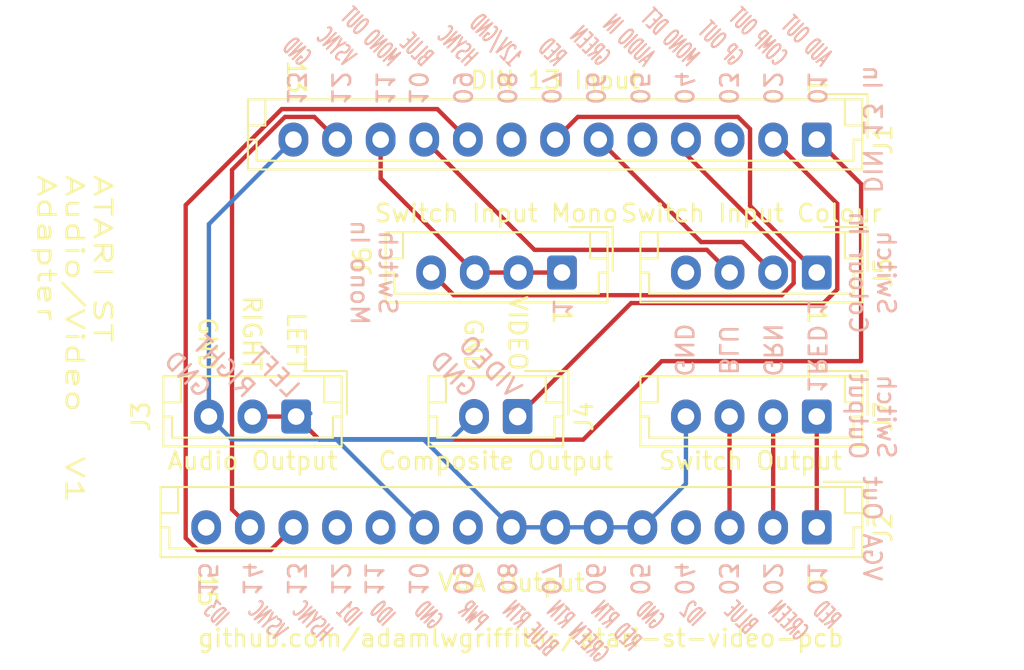
<source format=kicad_pcb>
(kicad_pcb (version 20171130) (host pcbnew 5.1.6)

  (general
    (thickness 1.6)
    (drawings 89)
    (tracks 61)
    (zones 0)
    (modules 11)
    (nets 23)
  )

  (page A4)
  (layers
    (0 F.Cu signal)
    (31 B.Cu signal)
    (32 B.Adhes user)
    (33 F.Adhes user)
    (34 B.Paste user)
    (35 F.Paste user)
    (36 B.SilkS user)
    (37 F.SilkS user hide)
    (38 B.Mask user)
    (39 F.Mask user)
    (40 Dwgs.User user hide)
    (41 Cmts.User user)
    (42 Eco1.User user)
    (43 Eco2.User user)
    (44 Edge.Cuts user)
    (45 Margin user)
    (46 B.CrtYd user)
    (47 F.CrtYd user)
    (48 B.Fab user)
    (49 F.Fab user)
  )

  (setup
    (last_trace_width 0.25)
    (trace_clearance 0.2)
    (zone_clearance 0.508)
    (zone_45_only no)
    (trace_min 0.2)
    (via_size 0.8)
    (via_drill 0.4)
    (via_min_size 0.4)
    (via_min_drill 0.3)
    (uvia_size 0.3)
    (uvia_drill 0.1)
    (uvias_allowed no)
    (uvia_min_size 0.2)
    (uvia_min_drill 0.1)
    (edge_width 0.05)
    (segment_width 0.2)
    (pcb_text_width 0.3)
    (pcb_text_size 1.5 1.5)
    (mod_edge_width 0.12)
    (mod_text_size 1 1)
    (mod_text_width 0.15)
    (pad_size 4 4)
    (pad_drill 4)
    (pad_to_mask_clearance 0.05)
    (aux_axis_origin 0 0)
    (visible_elements FFFFFF7F)
    (pcbplotparams
      (layerselection 0x010fc_ffffffff)
      (usegerberextensions false)
      (usegerberattributes true)
      (usegerberadvancedattributes true)
      (creategerberjobfile true)
      (excludeedgelayer true)
      (linewidth 0.100000)
      (plotframeref false)
      (viasonmask false)
      (mode 1)
      (useauxorigin false)
      (hpglpennumber 1)
      (hpglpenspeed 20)
      (hpglpendiameter 15.000000)
      (psnegative false)
      (psa4output false)
      (plotreference true)
      (plotvalue true)
      (plotinvisibletext false)
      (padsonsilk false)
      (subtractmaskfromsilk false)
      (outputformat 1)
      (mirror false)
      (drillshape 0)
      (scaleselection 1)
      (outputdirectory ""))
  )

  (net 0 "")
  (net 1 "Net-(J1-Pad13)")
  (net 2 "Net-(J1-Pad12)")
  (net 3 "Net-(J1-Pad11)")
  (net 4 "Net-(J1-Pad10)")
  (net 5 "Net-(J1-Pad9)")
  (net 6 "Net-(J1-Pad8)")
  (net 7 "Net-(J1-Pad7)")
  (net 8 "Net-(J1-Pad6)")
  (net 9 "Net-(J1-Pad5)")
  (net 10 "Net-(J1-Pad4)")
  (net 11 "Net-(J1-Pad3)")
  (net 12 "Net-(J1-Pad2)")
  (net 13 "Net-(J1-Pad1)")
  (net 14 "Net-(J2-Pad15)")
  (net 15 "Net-(J2-Pad12)")
  (net 16 "Net-(J2-Pad11)")
  (net 17 "Net-(J2-Pad9)")
  (net 18 "Net-(J2-Pad4)")
  (net 19 "Net-(J2-Pad3)")
  (net 20 "Net-(J2-Pad2)")
  (net 21 "Net-(J2-Pad1)")
  (net 22 "Net-(J5-Pad4)")

  (net_class Default "This is the default net class."
    (clearance 0.2)
    (trace_width 0.25)
    (via_dia 0.8)
    (via_drill 0.4)
    (uvia_dia 0.3)
    (uvia_drill 0.1)
    (add_net "Net-(J1-Pad1)")
    (add_net "Net-(J1-Pad10)")
    (add_net "Net-(J1-Pad11)")
    (add_net "Net-(J1-Pad12)")
    (add_net "Net-(J1-Pad13)")
    (add_net "Net-(J1-Pad2)")
    (add_net "Net-(J1-Pad3)")
    (add_net "Net-(J1-Pad4)")
    (add_net "Net-(J1-Pad5)")
    (add_net "Net-(J1-Pad6)")
    (add_net "Net-(J1-Pad7)")
    (add_net "Net-(J1-Pad8)")
    (add_net "Net-(J1-Pad9)")
    (add_net "Net-(J2-Pad1)")
    (add_net "Net-(J2-Pad11)")
    (add_net "Net-(J2-Pad12)")
    (add_net "Net-(J2-Pad15)")
    (add_net "Net-(J2-Pad2)")
    (add_net "Net-(J2-Pad3)")
    (add_net "Net-(J2-Pad4)")
    (add_net "Net-(J2-Pad9)")
    (add_net "Net-(J5-Pad4)")
  )

  (module Connector_JST:JST_EH_B13B-EH-A_1x13_P2.50mm_Vertical (layer F.Cu) (tedit 5B772AC7) (tstamp 5FE8A5FF)
    (at 163.83 91.44 180)
    (descr "JST EH series connector, B13B-EH-A (http://www.jst-mfg.com/product/pdf/eng/eEH.pdf), generated with kicad-footprint-generator")
    (tags "connector JST EH side entry")
    (path /5FF04D7E)
    (fp_text reference J1 (at -3.81 0 90) (layer F.SilkS)
      (effects (font (size 1 1) (thickness 0.15)))
    )
    (fp_text value "DIN 13 Input" (at 15 3.4) (layer F.SilkS)
      (effects (font (size 1 1) (thickness 0.15)))
    )
    (fp_text user %R (at 15 1.5) (layer F.Fab)
      (effects (font (size 1 1) (thickness 0.15)))
    )
    (fp_line (start -2.5 -1.6) (end -2.5 2.2) (layer F.Fab) (width 0.1))
    (fp_line (start -2.5 2.2) (end 32.5 2.2) (layer F.Fab) (width 0.1))
    (fp_line (start 32.5 2.2) (end 32.5 -1.6) (layer F.Fab) (width 0.1))
    (fp_line (start 32.5 -1.6) (end -2.5 -1.6) (layer F.Fab) (width 0.1))
    (fp_line (start -3 -2.1) (end -3 2.7) (layer F.CrtYd) (width 0.05))
    (fp_line (start -3 2.7) (end 33 2.7) (layer F.CrtYd) (width 0.05))
    (fp_line (start 33 2.7) (end 33 -2.1) (layer F.CrtYd) (width 0.05))
    (fp_line (start 33 -2.1) (end -3 -2.1) (layer F.CrtYd) (width 0.05))
    (fp_line (start -2.61 -1.71) (end -2.61 2.31) (layer F.SilkS) (width 0.12))
    (fp_line (start -2.61 2.31) (end 32.61 2.31) (layer F.SilkS) (width 0.12))
    (fp_line (start 32.61 2.31) (end 32.61 -1.71) (layer F.SilkS) (width 0.12))
    (fp_line (start 32.61 -1.71) (end -2.61 -1.71) (layer F.SilkS) (width 0.12))
    (fp_line (start -2.61 0) (end -2.11 0) (layer F.SilkS) (width 0.12))
    (fp_line (start -2.11 0) (end -2.11 -1.21) (layer F.SilkS) (width 0.12))
    (fp_line (start -2.11 -1.21) (end 32.11 -1.21) (layer F.SilkS) (width 0.12))
    (fp_line (start 32.11 -1.21) (end 32.11 0) (layer F.SilkS) (width 0.12))
    (fp_line (start 32.11 0) (end 32.61 0) (layer F.SilkS) (width 0.12))
    (fp_line (start -2.61 0.81) (end -1.61 0.81) (layer F.SilkS) (width 0.12))
    (fp_line (start -1.61 0.81) (end -1.61 2.31) (layer F.SilkS) (width 0.12))
    (fp_line (start 32.61 0.81) (end 31.61 0.81) (layer F.SilkS) (width 0.12))
    (fp_line (start 31.61 0.81) (end 31.61 2.31) (layer F.SilkS) (width 0.12))
    (fp_line (start -2.91 0.11) (end -2.91 2.61) (layer F.SilkS) (width 0.12))
    (fp_line (start -2.91 2.61) (end -0.41 2.61) (layer F.SilkS) (width 0.12))
    (fp_line (start -2.91 0.11) (end -2.91 2.61) (layer F.Fab) (width 0.1))
    (fp_line (start -2.91 2.61) (end -0.41 2.61) (layer F.Fab) (width 0.1))
    (pad 13 thru_hole oval (at 30 0 180) (size 1.7 1.95) (drill 0.95) (layers *.Cu *.Mask)
      (net 1 "Net-(J1-Pad13)"))
    (pad 12 thru_hole oval (at 27.5 0 180) (size 1.7 1.95) (drill 0.95) (layers *.Cu *.Mask)
      (net 2 "Net-(J1-Pad12)"))
    (pad 11 thru_hole oval (at 25 0 180) (size 1.7 1.95) (drill 0.95) (layers *.Cu *.Mask)
      (net 3 "Net-(J1-Pad11)"))
    (pad 10 thru_hole oval (at 22.5 0 180) (size 1.7 1.95) (drill 0.95) (layers *.Cu *.Mask)
      (net 4 "Net-(J1-Pad10)"))
    (pad 9 thru_hole oval (at 20 0 180) (size 1.7 1.95) (drill 0.95) (layers *.Cu *.Mask)
      (net 5 "Net-(J1-Pad9)"))
    (pad 8 thru_hole oval (at 17.5 0 180) (size 1.7 1.95) (drill 0.95) (layers *.Cu *.Mask)
      (net 6 "Net-(J1-Pad8)"))
    (pad 7 thru_hole oval (at 15 0 180) (size 1.7 1.95) (drill 0.95) (layers *.Cu *.Mask)
      (net 7 "Net-(J1-Pad7)"))
    (pad 6 thru_hole oval (at 12.5 0 180) (size 1.7 1.95) (drill 0.95) (layers *.Cu *.Mask)
      (net 8 "Net-(J1-Pad6)"))
    (pad 5 thru_hole oval (at 10 0 180) (size 1.7 1.95) (drill 0.95) (layers *.Cu *.Mask)
      (net 9 "Net-(J1-Pad5)"))
    (pad 4 thru_hole oval (at 7.5 0 180) (size 1.7 1.95) (drill 0.95) (layers *.Cu *.Mask)
      (net 10 "Net-(J1-Pad4)"))
    (pad 3 thru_hole oval (at 5 0 180) (size 1.7 1.95) (drill 0.95) (layers *.Cu *.Mask)
      (net 11 "Net-(J1-Pad3)"))
    (pad 2 thru_hole oval (at 2.5 0 180) (size 1.7 1.95) (drill 0.95) (layers *.Cu *.Mask)
      (net 12 "Net-(J1-Pad2)"))
    (pad 1 thru_hole roundrect (at 0 0 180) (size 1.7 1.95) (drill 0.95) (layers *.Cu *.Mask) (roundrect_rratio 0.147059)
      (net 13 "Net-(J1-Pad1)"))
    (model ${KISYS3DMOD}/Connector_JST.3dshapes/JST_EH_B13B-EH-A_1x13_P2.50mm_Vertical.wrl
      (at (xyz 0 0 0))
      (scale (xyz 1 1 1))
      (rotate (xyz 0 0 0))
    )
  )

  (module MountingHole:MountingHole_4mm (layer F.Cu) (tedit 5FE8A960) (tstamp 5FE8F5EA)
    (at 171.45 88.265 270)
    (descr "Mounting Hole 4mm, no annular")
    (tags "mounting hole 4mm no annular")
    (attr virtual)
    (fp_text reference REF** (at 0 -5 90) (layer F.SilkS) hide
      (effects (font (size 1 1) (thickness 0.15)))
    )
    (fp_text value MountingHole_4mm (at 0 5 90) (layer F.Fab) hide
      (effects (font (size 1 1) (thickness 0.15)))
    )
    (fp_circle (center 0 0) (end 4 0) (layer Cmts.User) (width 0.15))
    (fp_circle (center 0 0) (end 4.25 0) (layer F.CrtYd) (width 0.05))
    (pad "" np_thru_hole circle (at 0 0 270) (size 4 4) (drill 4) (layers *.Cu Dwgs.User))
  )

  (module MountingHole:MountingHole_4mm (layer F.Cu) (tedit 5FE8A960) (tstamp 5FE8F5EA)
    (at 121.285 88.265 270)
    (descr "Mounting Hole 4mm, no annular")
    (tags "mounting hole 4mm no annular")
    (attr virtual)
    (fp_text reference REF** (at 0 -5 90) (layer F.SilkS) hide
      (effects (font (size 1 1) (thickness 0.15)))
    )
    (fp_text value MountingHole_4mm (at 0 5 90) (layer F.Fab) hide
      (effects (font (size 1 1) (thickness 0.15)))
    )
    (fp_circle (center 0 0) (end 4 0) (layer Cmts.User) (width 0.15))
    (fp_circle (center 0 0) (end 4.25 0) (layer F.CrtYd) (width 0.05))
    (pad "" np_thru_hole circle (at 0 0 270) (size 4 4) (drill 4) (layers *.Cu Dwgs.User))
  )

  (module MountingHole:MountingHole_4mm (layer F.Cu) (tedit 5FE8A960) (tstamp 5FE8F5EA)
    (at 121.285 116.84 270)
    (descr "Mounting Hole 4mm, no annular")
    (tags "mounting hole 4mm no annular")
    (attr virtual)
    (fp_text reference REF** (at 0 -5 90) (layer F.SilkS) hide
      (effects (font (size 1 1) (thickness 0.15)))
    )
    (fp_text value MountingHole_4mm (at 0 5 90) (layer F.Fab) hide
      (effects (font (size 1 1) (thickness 0.15)))
    )
    (fp_circle (center 0 0) (end 4 0) (layer Cmts.User) (width 0.15))
    (fp_circle (center 0 0) (end 4.25 0) (layer F.CrtYd) (width 0.05))
    (pad "" np_thru_hole circle (at 0 0 270) (size 4 4) (drill 4) (layers *.Cu Dwgs.User))
  )

  (module MountingHole:MountingHole_4mm (layer F.Cu) (tedit 5FE8A960) (tstamp 5FE8F38D)
    (at 171.45 116.84 180)
    (descr "Mounting Hole 4mm, no annular")
    (tags "mounting hole 4mm no annular")
    (attr virtual)
    (fp_text reference REF** (at 0 -5) (layer F.SilkS) hide
      (effects (font (size 1 1) (thickness 0.15)))
    )
    (fp_text value MountingHole_4mm (at 0 5) (layer F.Fab) hide
      (effects (font (size 1 1) (thickness 0.15)))
    )
    (fp_circle (center 0 0) (end 4 0) (layer Cmts.User) (width 0.15))
    (fp_circle (center 0 0) (end 4.25 0) (layer F.CrtYd) (width 0.05))
    (pad "" np_thru_hole circle (at 0 0 180) (size 4 4) (drill 4) (layers *.Cu Dwgs.User))
  )

  (module Connector_JST:JST_EH_B4B-EH-A_1x04_P2.50mm_Vertical (layer F.Cu) (tedit 5C28142C) (tstamp 5FE8A6D3)
    (at 163.83 107.315 180)
    (descr "JST EH series connector, B4B-EH-A (http://www.jst-mfg.com/product/pdf/eng/eEH.pdf), generated with kicad-footprint-generator")
    (tags "connector JST EH vertical")
    (path /5FE94402)
    (fp_text reference J7 (at -3.81 0 90) (layer F.SilkS)
      (effects (font (size 1 1) (thickness 0.15)))
    )
    (fp_text value "Switch Output" (at 3.81 -2.54) (layer F.SilkS)
      (effects (font (size 1 1) (thickness 0.15)))
    )
    (fp_text user %R (at 3.75 1.5) (layer F.Fab)
      (effects (font (size 1 1) (thickness 0.15)))
    )
    (fp_line (start -2.5 -1.6) (end -2.5 2.2) (layer F.Fab) (width 0.1))
    (fp_line (start -2.5 2.2) (end 10 2.2) (layer F.Fab) (width 0.1))
    (fp_line (start 10 2.2) (end 10 -1.6) (layer F.Fab) (width 0.1))
    (fp_line (start 10 -1.6) (end -2.5 -1.6) (layer F.Fab) (width 0.1))
    (fp_line (start -3 -2.1) (end -3 2.7) (layer F.CrtYd) (width 0.05))
    (fp_line (start -3 2.7) (end 10.5 2.7) (layer F.CrtYd) (width 0.05))
    (fp_line (start 10.5 2.7) (end 10.5 -2.1) (layer F.CrtYd) (width 0.05))
    (fp_line (start 10.5 -2.1) (end -3 -2.1) (layer F.CrtYd) (width 0.05))
    (fp_line (start -2.61 -1.71) (end -2.61 2.31) (layer F.SilkS) (width 0.12))
    (fp_line (start -2.61 2.31) (end 10.11 2.31) (layer F.SilkS) (width 0.12))
    (fp_line (start 10.11 2.31) (end 10.11 -1.71) (layer F.SilkS) (width 0.12))
    (fp_line (start 10.11 -1.71) (end -2.61 -1.71) (layer F.SilkS) (width 0.12))
    (fp_line (start -2.61 0) (end -2.11 0) (layer F.SilkS) (width 0.12))
    (fp_line (start -2.11 0) (end -2.11 -1.21) (layer F.SilkS) (width 0.12))
    (fp_line (start -2.11 -1.21) (end 9.61 -1.21) (layer F.SilkS) (width 0.12))
    (fp_line (start 9.61 -1.21) (end 9.61 0) (layer F.SilkS) (width 0.12))
    (fp_line (start 9.61 0) (end 10.11 0) (layer F.SilkS) (width 0.12))
    (fp_line (start -2.61 0.81) (end -1.61 0.81) (layer F.SilkS) (width 0.12))
    (fp_line (start -1.61 0.81) (end -1.61 2.31) (layer F.SilkS) (width 0.12))
    (fp_line (start 10.11 0.81) (end 9.11 0.81) (layer F.SilkS) (width 0.12))
    (fp_line (start 9.11 0.81) (end 9.11 2.31) (layer F.SilkS) (width 0.12))
    (fp_line (start -2.91 0.11) (end -2.91 2.61) (layer F.SilkS) (width 0.12))
    (fp_line (start -2.91 2.61) (end -0.41 2.61) (layer F.SilkS) (width 0.12))
    (fp_line (start -2.91 0.11) (end -2.91 2.61) (layer F.Fab) (width 0.1))
    (fp_line (start -2.91 2.61) (end -0.41 2.61) (layer F.Fab) (width 0.1))
    (pad 4 thru_hole oval (at 7.5 0 180) (size 1.7 1.95) (drill 0.95) (layers *.Cu *.Mask)
      (net 1 "Net-(J1-Pad13)"))
    (pad 3 thru_hole oval (at 5 0 180) (size 1.7 1.95) (drill 0.95) (layers *.Cu *.Mask)
      (net 19 "Net-(J2-Pad3)"))
    (pad 2 thru_hole oval (at 2.5 0 180) (size 1.7 1.95) (drill 0.95) (layers *.Cu *.Mask)
      (net 20 "Net-(J2-Pad2)"))
    (pad 1 thru_hole roundrect (at 0 0 180) (size 1.7 1.95) (drill 0.95) (layers *.Cu *.Mask) (roundrect_rratio 0.147059)
      (net 21 "Net-(J2-Pad1)"))
    (model ${KISYS3DMOD}/Connector_JST.3dshapes/JST_EH_B4B-EH-A_1x04_P2.50mm_Vertical.wrl
      (at (xyz 0 0 0))
      (scale (xyz 1 1 1))
      (rotate (xyz 0 0 0))
    )
  )

  (module Connector_JST:JST_EH_B3B-EH-A_1x03_P2.50mm_Vertical (layer F.Cu) (tedit 5C28142C) (tstamp 5FE8B241)
    (at 133.985 107.315 180)
    (descr "JST EH series connector, B3B-EH-A (http://www.jst-mfg.com/product/pdf/eng/eEH.pdf), generated with kicad-footprint-generator")
    (tags "connector JST EH vertical")
    (path /5FF1C269)
    (fp_text reference J3 (at 8.89 0 90) (layer F.SilkS)
      (effects (font (size 1 1) (thickness 0.15)))
    )
    (fp_text value "Audio Output" (at 2.5 -2.54) (layer F.SilkS)
      (effects (font (size 1 1) (thickness 0.15)))
    )
    (fp_text user %R (at 2.5 1.5) (layer F.Fab)
      (effects (font (size 1 1) (thickness 0.15)))
    )
    (fp_line (start -2.5 -1.6) (end -2.5 2.2) (layer F.Fab) (width 0.1))
    (fp_line (start -2.5 2.2) (end 7.5 2.2) (layer F.Fab) (width 0.1))
    (fp_line (start 7.5 2.2) (end 7.5 -1.6) (layer F.Fab) (width 0.1))
    (fp_line (start 7.5 -1.6) (end -2.5 -1.6) (layer F.Fab) (width 0.1))
    (fp_line (start -3 -2.1) (end -3 2.7) (layer F.CrtYd) (width 0.05))
    (fp_line (start -3 2.7) (end 8 2.7) (layer F.CrtYd) (width 0.05))
    (fp_line (start 8 2.7) (end 8 -2.1) (layer F.CrtYd) (width 0.05))
    (fp_line (start 8 -2.1) (end -3 -2.1) (layer F.CrtYd) (width 0.05))
    (fp_line (start -2.61 -1.71) (end -2.61 2.31) (layer F.SilkS) (width 0.12))
    (fp_line (start -2.61 2.31) (end 7.61 2.31) (layer F.SilkS) (width 0.12))
    (fp_line (start 7.61 2.31) (end 7.61 -1.71) (layer F.SilkS) (width 0.12))
    (fp_line (start 7.61 -1.71) (end -2.61 -1.71) (layer F.SilkS) (width 0.12))
    (fp_line (start -2.61 0) (end -2.11 0) (layer F.SilkS) (width 0.12))
    (fp_line (start -2.11 0) (end -2.11 -1.21) (layer F.SilkS) (width 0.12))
    (fp_line (start -2.11 -1.21) (end 7.11 -1.21) (layer F.SilkS) (width 0.12))
    (fp_line (start 7.11 -1.21) (end 7.11 0) (layer F.SilkS) (width 0.12))
    (fp_line (start 7.11 0) (end 7.61 0) (layer F.SilkS) (width 0.12))
    (fp_line (start -2.61 0.81) (end -1.61 0.81) (layer F.SilkS) (width 0.12))
    (fp_line (start -1.61 0.81) (end -1.61 2.31) (layer F.SilkS) (width 0.12))
    (fp_line (start 7.61 0.81) (end 6.61 0.81) (layer F.SilkS) (width 0.12))
    (fp_line (start 6.61 0.81) (end 6.61 2.31) (layer F.SilkS) (width 0.12))
    (fp_line (start -2.91 0.11) (end -2.91 2.61) (layer F.SilkS) (width 0.12))
    (fp_line (start -2.91 2.61) (end -0.41 2.61) (layer F.SilkS) (width 0.12))
    (fp_line (start -2.91 0.11) (end -2.91 2.61) (layer F.Fab) (width 0.1))
    (fp_line (start -2.91 2.61) (end -0.41 2.61) (layer F.Fab) (width 0.1))
    (pad 3 thru_hole oval (at 5 0 180) (size 1.7 1.95) (drill 0.95) (layers *.Cu *.Mask)
      (net 1 "Net-(J1-Pad13)"))
    (pad 2 thru_hole oval (at 2.5 0 180) (size 1.7 1.95) (drill 0.95) (layers *.Cu *.Mask)
      (net 13 "Net-(J1-Pad1)"))
    (pad 1 thru_hole roundrect (at 0 0 180) (size 1.7 1.95) (drill 0.95) (layers *.Cu *.Mask) (roundrect_rratio 0.147059)
      (net 13 "Net-(J1-Pad1)"))
    (model ${KISYS3DMOD}/Connector_JST.3dshapes/JST_EH_B3B-EH-A_1x03_P2.50mm_Vertical.wrl
      (at (xyz 0 0 0))
      (scale (xyz 1 1 1))
      (rotate (xyz 0 0 0))
    )
  )

  (module Connector_JST:JST_EH_B4B-EH-A_1x04_P2.50mm_Vertical (layer F.Cu) (tedit 5C28142C) (tstamp 5FE8A6B1)
    (at 149.225 99.06 180)
    (descr "JST EH series connector, B4B-EH-A (http://www.jst-mfg.com/product/pdf/eng/eEH.pdf), generated with kicad-footprint-generator")
    (tags "connector JST EH vertical")
    (path /5FE93DFE)
    (fp_text reference J6 (at 11.43 0.635 90) (layer F.SilkS)
      (effects (font (size 1 1) (thickness 0.15)))
    )
    (fp_text value "Switch Input Mono" (at 3.75 3.4) (layer F.SilkS)
      (effects (font (size 1 1) (thickness 0.15)))
    )
    (fp_text user %R (at 3.75 1.5) (layer F.Fab)
      (effects (font (size 1 1) (thickness 0.15)))
    )
    (fp_line (start -2.5 -1.6) (end -2.5 2.2) (layer F.Fab) (width 0.1))
    (fp_line (start -2.5 2.2) (end 10 2.2) (layer F.Fab) (width 0.1))
    (fp_line (start 10 2.2) (end 10 -1.6) (layer F.Fab) (width 0.1))
    (fp_line (start 10 -1.6) (end -2.5 -1.6) (layer F.Fab) (width 0.1))
    (fp_line (start -3 -2.1) (end -3 2.7) (layer F.CrtYd) (width 0.05))
    (fp_line (start -3 2.7) (end 10.5 2.7) (layer F.CrtYd) (width 0.05))
    (fp_line (start 10.5 2.7) (end 10.5 -2.1) (layer F.CrtYd) (width 0.05))
    (fp_line (start 10.5 -2.1) (end -3 -2.1) (layer F.CrtYd) (width 0.05))
    (fp_line (start -2.61 -1.71) (end -2.61 2.31) (layer F.SilkS) (width 0.12))
    (fp_line (start -2.61 2.31) (end 10.11 2.31) (layer F.SilkS) (width 0.12))
    (fp_line (start 10.11 2.31) (end 10.11 -1.71) (layer F.SilkS) (width 0.12))
    (fp_line (start 10.11 -1.71) (end -2.61 -1.71) (layer F.SilkS) (width 0.12))
    (fp_line (start -2.61 0) (end -2.11 0) (layer F.SilkS) (width 0.12))
    (fp_line (start -2.11 0) (end -2.11 -1.21) (layer F.SilkS) (width 0.12))
    (fp_line (start -2.11 -1.21) (end 9.61 -1.21) (layer F.SilkS) (width 0.12))
    (fp_line (start 9.61 -1.21) (end 9.61 0) (layer F.SilkS) (width 0.12))
    (fp_line (start 9.61 0) (end 10.11 0) (layer F.SilkS) (width 0.12))
    (fp_line (start -2.61 0.81) (end -1.61 0.81) (layer F.SilkS) (width 0.12))
    (fp_line (start -1.61 0.81) (end -1.61 2.31) (layer F.SilkS) (width 0.12))
    (fp_line (start 10.11 0.81) (end 9.11 0.81) (layer F.SilkS) (width 0.12))
    (fp_line (start 9.11 0.81) (end 9.11 2.31) (layer F.SilkS) (width 0.12))
    (fp_line (start -2.91 0.11) (end -2.91 2.61) (layer F.SilkS) (width 0.12))
    (fp_line (start -2.91 2.61) (end -0.41 2.61) (layer F.SilkS) (width 0.12))
    (fp_line (start -2.91 0.11) (end -2.91 2.61) (layer F.Fab) (width 0.1))
    (fp_line (start -2.91 2.61) (end -0.41 2.61) (layer F.Fab) (width 0.1))
    (pad 4 thru_hole oval (at 7.5 0 180) (size 1.7 1.95) (drill 0.95) (layers *.Cu *.Mask)
      (net 10 "Net-(J1-Pad4)"))
    (pad 3 thru_hole oval (at 5 0 180) (size 1.7 1.95) (drill 0.95) (layers *.Cu *.Mask)
      (net 3 "Net-(J1-Pad11)"))
    (pad 2 thru_hole oval (at 2.5 0 180) (size 1.7 1.95) (drill 0.95) (layers *.Cu *.Mask)
      (net 3 "Net-(J1-Pad11)"))
    (pad 1 thru_hole roundrect (at 0 0 180) (size 1.7 1.95) (drill 0.95) (layers *.Cu *.Mask) (roundrect_rratio 0.147059)
      (net 3 "Net-(J1-Pad11)"))
    (model ${KISYS3DMOD}/Connector_JST.3dshapes/JST_EH_B4B-EH-A_1x04_P2.50mm_Vertical.wrl
      (at (xyz 0 0 0))
      (scale (xyz 1 1 1))
      (rotate (xyz 0 0 0))
    )
  )

  (module Connector_JST:JST_EH_B4B-EH-A_1x04_P2.50mm_Vertical (layer F.Cu) (tedit 5C28142C) (tstamp 5FE8A68F)
    (at 163.83 99.06 180)
    (descr "JST EH series connector, B4B-EH-A (http://www.jst-mfg.com/product/pdf/eng/eEH.pdf), generated with kicad-footprint-generator")
    (tags "connector JST EH vertical")
    (path /5FE8FBC3)
    (fp_text reference J5 (at -3.81 0 90) (layer F.SilkS)
      (effects (font (size 1 1) (thickness 0.15)))
    )
    (fp_text value "Switch Input Colour" (at 3.75 3.4) (layer F.SilkS)
      (effects (font (size 1 1) (thickness 0.15)))
    )
    (fp_text user %R (at 3.75 1.5) (layer F.Fab)
      (effects (font (size 1 1) (thickness 0.15)))
    )
    (fp_line (start -2.5 -1.6) (end -2.5 2.2) (layer F.Fab) (width 0.1))
    (fp_line (start -2.5 2.2) (end 10 2.2) (layer F.Fab) (width 0.1))
    (fp_line (start 10 2.2) (end 10 -1.6) (layer F.Fab) (width 0.1))
    (fp_line (start 10 -1.6) (end -2.5 -1.6) (layer F.Fab) (width 0.1))
    (fp_line (start -3 -2.1) (end -3 2.7) (layer F.CrtYd) (width 0.05))
    (fp_line (start -3 2.7) (end 10.5 2.7) (layer F.CrtYd) (width 0.05))
    (fp_line (start 10.5 2.7) (end 10.5 -2.1) (layer F.CrtYd) (width 0.05))
    (fp_line (start 10.5 -2.1) (end -3 -2.1) (layer F.CrtYd) (width 0.05))
    (fp_line (start -2.61 -1.71) (end -2.61 2.31) (layer F.SilkS) (width 0.12))
    (fp_line (start -2.61 2.31) (end 10.11 2.31) (layer F.SilkS) (width 0.12))
    (fp_line (start 10.11 2.31) (end 10.11 -1.71) (layer F.SilkS) (width 0.12))
    (fp_line (start 10.11 -1.71) (end -2.61 -1.71) (layer F.SilkS) (width 0.12))
    (fp_line (start -2.61 0) (end -2.11 0) (layer F.SilkS) (width 0.12))
    (fp_line (start -2.11 0) (end -2.11 -1.21) (layer F.SilkS) (width 0.12))
    (fp_line (start -2.11 -1.21) (end 9.61 -1.21) (layer F.SilkS) (width 0.12))
    (fp_line (start 9.61 -1.21) (end 9.61 0) (layer F.SilkS) (width 0.12))
    (fp_line (start 9.61 0) (end 10.11 0) (layer F.SilkS) (width 0.12))
    (fp_line (start -2.61 0.81) (end -1.61 0.81) (layer F.SilkS) (width 0.12))
    (fp_line (start -1.61 0.81) (end -1.61 2.31) (layer F.SilkS) (width 0.12))
    (fp_line (start 10.11 0.81) (end 9.11 0.81) (layer F.SilkS) (width 0.12))
    (fp_line (start 9.11 0.81) (end 9.11 2.31) (layer F.SilkS) (width 0.12))
    (fp_line (start -2.91 0.11) (end -2.91 2.61) (layer F.SilkS) (width 0.12))
    (fp_line (start -2.91 2.61) (end -0.41 2.61) (layer F.SilkS) (width 0.12))
    (fp_line (start -2.91 0.11) (end -2.91 2.61) (layer F.Fab) (width 0.1))
    (fp_line (start -2.91 2.61) (end -0.41 2.61) (layer F.Fab) (width 0.1))
    (pad 4 thru_hole oval (at 7.5 0 180) (size 1.7 1.95) (drill 0.95) (layers *.Cu *.Mask)
      (net 22 "Net-(J5-Pad4)"))
    (pad 3 thru_hole oval (at 5 0 180) (size 1.7 1.95) (drill 0.95) (layers *.Cu *.Mask)
      (net 4 "Net-(J1-Pad10)"))
    (pad 2 thru_hole oval (at 2.5 0 180) (size 1.7 1.95) (drill 0.95) (layers *.Cu *.Mask)
      (net 8 "Net-(J1-Pad6)"))
    (pad 1 thru_hole roundrect (at 0 0 180) (size 1.7 1.95) (drill 0.95) (layers *.Cu *.Mask) (roundrect_rratio 0.147059)
      (net 7 "Net-(J1-Pad7)"))
    (model ${KISYS3DMOD}/Connector_JST.3dshapes/JST_EH_B4B-EH-A_1x04_P2.50mm_Vertical.wrl
      (at (xyz 0 0 0))
      (scale (xyz 1 1 1))
      (rotate (xyz 0 0 0))
    )
  )

  (module Connector_JST:JST_EH_B2B-EH-A_1x02_P2.50mm_Vertical (layer F.Cu) (tedit 5C28142C) (tstamp 5FE8A66D)
    (at 146.685 107.315 180)
    (descr "JST EH series connector, B2B-EH-A (http://www.jst-mfg.com/product/pdf/eng/eEH.pdf), generated with kicad-footprint-generator")
    (tags "connector JST EH vertical")
    (path /5FB9A4C7)
    (fp_text reference J4 (at -3.81 0 90) (layer F.SilkS)
      (effects (font (size 1 1) (thickness 0.15)))
    )
    (fp_text value "Composite Output" (at 1.25 -2.54) (layer F.SilkS)
      (effects (font (size 1 1) (thickness 0.15)))
    )
    (fp_text user %R (at 1.25 1.5) (layer F.Fab)
      (effects (font (size 1 1) (thickness 0.15)))
    )
    (fp_line (start -2.5 -1.6) (end -2.5 2.2) (layer F.Fab) (width 0.1))
    (fp_line (start -2.5 2.2) (end 5 2.2) (layer F.Fab) (width 0.1))
    (fp_line (start 5 2.2) (end 5 -1.6) (layer F.Fab) (width 0.1))
    (fp_line (start 5 -1.6) (end -2.5 -1.6) (layer F.Fab) (width 0.1))
    (fp_line (start -3 -2.1) (end -3 2.7) (layer F.CrtYd) (width 0.05))
    (fp_line (start -3 2.7) (end 5.5 2.7) (layer F.CrtYd) (width 0.05))
    (fp_line (start 5.5 2.7) (end 5.5 -2.1) (layer F.CrtYd) (width 0.05))
    (fp_line (start 5.5 -2.1) (end -3 -2.1) (layer F.CrtYd) (width 0.05))
    (fp_line (start -2.61 -1.71) (end -2.61 2.31) (layer F.SilkS) (width 0.12))
    (fp_line (start -2.61 2.31) (end 5.11 2.31) (layer F.SilkS) (width 0.12))
    (fp_line (start 5.11 2.31) (end 5.11 -1.71) (layer F.SilkS) (width 0.12))
    (fp_line (start 5.11 -1.71) (end -2.61 -1.71) (layer F.SilkS) (width 0.12))
    (fp_line (start -2.61 0) (end -2.11 0) (layer F.SilkS) (width 0.12))
    (fp_line (start -2.11 0) (end -2.11 -1.21) (layer F.SilkS) (width 0.12))
    (fp_line (start -2.11 -1.21) (end 4.61 -1.21) (layer F.SilkS) (width 0.12))
    (fp_line (start 4.61 -1.21) (end 4.61 0) (layer F.SilkS) (width 0.12))
    (fp_line (start 4.61 0) (end 5.11 0) (layer F.SilkS) (width 0.12))
    (fp_line (start -2.61 0.81) (end -1.61 0.81) (layer F.SilkS) (width 0.12))
    (fp_line (start -1.61 0.81) (end -1.61 2.31) (layer F.SilkS) (width 0.12))
    (fp_line (start 5.11 0.81) (end 4.11 0.81) (layer F.SilkS) (width 0.12))
    (fp_line (start 4.11 0.81) (end 4.11 2.31) (layer F.SilkS) (width 0.12))
    (fp_line (start -2.91 0.11) (end -2.91 2.61) (layer F.SilkS) (width 0.12))
    (fp_line (start -2.91 2.61) (end -0.41 2.61) (layer F.SilkS) (width 0.12))
    (fp_line (start -2.91 0.11) (end -2.91 2.61) (layer F.Fab) (width 0.1))
    (fp_line (start -2.91 2.61) (end -0.41 2.61) (layer F.Fab) (width 0.1))
    (pad 2 thru_hole oval (at 2.5 0 180) (size 1.7 2) (drill 1) (layers *.Cu *.Mask)
      (net 1 "Net-(J1-Pad13)"))
    (pad 1 thru_hole roundrect (at 0 0 180) (size 1.7 2) (drill 1) (layers *.Cu *.Mask) (roundrect_rratio 0.147059)
      (net 12 "Net-(J1-Pad2)"))
    (model ${KISYS3DMOD}/Connector_JST.3dshapes/JST_EH_B2B-EH-A_1x02_P2.50mm_Vertical.wrl
      (at (xyz 0 0 0))
      (scale (xyz 1 1 1))
      (rotate (xyz 0 0 0))
    )
  )

  (module Connector_JST:JST_EH_B15B-EH-A_1x15_P2.50mm_Vertical (layer F.Cu) (tedit 5B772AC7) (tstamp 5FE8A62C)
    (at 163.83 113.665 180)
    (descr "JST EH series connector, B15B-EH-A (http://www.jst-mfg.com/product/pdf/eng/eEH.pdf), generated with kicad-footprint-generator")
    (tags "connector JST EH side entry")
    (path /5FB89213)
    (fp_text reference J2 (at -3.81 0 90) (layer F.SilkS)
      (effects (font (size 1 1) (thickness 0.15)))
    )
    (fp_text value "VGA Output" (at 17.5 -3.175) (layer F.SilkS)
      (effects (font (size 1 1) (thickness 0.15)))
    )
    (fp_text user %R (at 17.5 1.5) (layer F.Fab)
      (effects (font (size 1 1) (thickness 0.15)))
    )
    (fp_line (start -2.5 -1.6) (end -2.5 2.2) (layer F.Fab) (width 0.1))
    (fp_line (start -2.5 2.2) (end 37.5 2.2) (layer F.Fab) (width 0.1))
    (fp_line (start 37.5 2.2) (end 37.5 -1.6) (layer F.Fab) (width 0.1))
    (fp_line (start 37.5 -1.6) (end -2.5 -1.6) (layer F.Fab) (width 0.1))
    (fp_line (start -3 -2.1) (end -3 2.7) (layer F.CrtYd) (width 0.05))
    (fp_line (start -3 2.7) (end 38 2.7) (layer F.CrtYd) (width 0.05))
    (fp_line (start 38 2.7) (end 38 -2.1) (layer F.CrtYd) (width 0.05))
    (fp_line (start 38 -2.1) (end -3 -2.1) (layer F.CrtYd) (width 0.05))
    (fp_line (start -2.61 -1.71) (end -2.61 2.31) (layer F.SilkS) (width 0.12))
    (fp_line (start -2.61 2.31) (end 37.61 2.31) (layer F.SilkS) (width 0.12))
    (fp_line (start 37.61 2.31) (end 37.61 -1.71) (layer F.SilkS) (width 0.12))
    (fp_line (start 37.61 -1.71) (end -2.61 -1.71) (layer F.SilkS) (width 0.12))
    (fp_line (start -2.61 0) (end -2.11 0) (layer F.SilkS) (width 0.12))
    (fp_line (start -2.11 0) (end -2.11 -1.21) (layer F.SilkS) (width 0.12))
    (fp_line (start -2.11 -1.21) (end 37.11 -1.21) (layer F.SilkS) (width 0.12))
    (fp_line (start 37.11 -1.21) (end 37.11 0) (layer F.SilkS) (width 0.12))
    (fp_line (start 37.11 0) (end 37.61 0) (layer F.SilkS) (width 0.12))
    (fp_line (start -2.61 0.81) (end -1.61 0.81) (layer F.SilkS) (width 0.12))
    (fp_line (start -1.61 0.81) (end -1.61 2.31) (layer F.SilkS) (width 0.12))
    (fp_line (start 37.61 0.81) (end 36.61 0.81) (layer F.SilkS) (width 0.12))
    (fp_line (start 36.61 0.81) (end 36.61 2.31) (layer F.SilkS) (width 0.12))
    (fp_line (start -2.91 0.11) (end -2.91 2.61) (layer F.SilkS) (width 0.12))
    (fp_line (start -2.91 2.61) (end -0.41 2.61) (layer F.SilkS) (width 0.12))
    (fp_line (start -2.91 0.11) (end -2.91 2.61) (layer F.Fab) (width 0.1))
    (fp_line (start -2.91 2.61) (end -0.41 2.61) (layer F.Fab) (width 0.1))
    (pad 15 thru_hole oval (at 35 0 180) (size 1.7 1.95) (drill 0.95) (layers *.Cu *.Mask)
      (net 14 "Net-(J2-Pad15)"))
    (pad 14 thru_hole oval (at 32.5 0 180) (size 1.7 1.95) (drill 0.95) (layers *.Cu *.Mask)
      (net 2 "Net-(J1-Pad12)"))
    (pad 13 thru_hole oval (at 30 0 180) (size 1.7 1.95) (drill 0.95) (layers *.Cu *.Mask)
      (net 5 "Net-(J1-Pad9)"))
    (pad 12 thru_hole oval (at 27.5 0 180) (size 1.7 1.95) (drill 0.95) (layers *.Cu *.Mask)
      (net 15 "Net-(J2-Pad12)"))
    (pad 11 thru_hole oval (at 25 0 180) (size 1.7 1.95) (drill 0.95) (layers *.Cu *.Mask)
      (net 16 "Net-(J2-Pad11)"))
    (pad 10 thru_hole oval (at 22.5 0 180) (size 1.7 1.95) (drill 0.95) (layers *.Cu *.Mask)
      (net 1 "Net-(J1-Pad13)"))
    (pad 9 thru_hole oval (at 20 0 180) (size 1.7 1.95) (drill 0.95) (layers *.Cu *.Mask)
      (net 17 "Net-(J2-Pad9)"))
    (pad 8 thru_hole oval (at 17.5 0 180) (size 1.7 1.95) (drill 0.95) (layers *.Cu *.Mask)
      (net 1 "Net-(J1-Pad13)"))
    (pad 7 thru_hole oval (at 15 0 180) (size 1.7 1.95) (drill 0.95) (layers *.Cu *.Mask)
      (net 1 "Net-(J1-Pad13)"))
    (pad 6 thru_hole oval (at 12.5 0 180) (size 1.7 1.95) (drill 0.95) (layers *.Cu *.Mask)
      (net 1 "Net-(J1-Pad13)"))
    (pad 5 thru_hole oval (at 10 0 180) (size 1.7 1.95) (drill 0.95) (layers *.Cu *.Mask)
      (net 1 "Net-(J1-Pad13)"))
    (pad 4 thru_hole oval (at 7.5 0 180) (size 1.7 1.95) (drill 0.95) (layers *.Cu *.Mask)
      (net 18 "Net-(J2-Pad4)"))
    (pad 3 thru_hole oval (at 5 0 180) (size 1.7 1.95) (drill 0.95) (layers *.Cu *.Mask)
      (net 19 "Net-(J2-Pad3)"))
    (pad 2 thru_hole oval (at 2.5 0 180) (size 1.7 1.95) (drill 0.95) (layers *.Cu *.Mask)
      (net 20 "Net-(J2-Pad2)"))
    (pad 1 thru_hole roundrect (at 0 0 180) (size 1.7 1.95) (drill 0.95) (layers *.Cu *.Mask) (roundrect_rratio 0.147059)
      (net 21 "Net-(J2-Pad1)"))
    (model ${KISYS3DMOD}/Connector_JST.3dshapes/JST_EH_B15B-EH-A_1x15_P2.50mm_Vertical.wrl
      (at (xyz 0 0 0))
      (scale (xyz 1 1 1))
      (rotate (xyz 0 0 0))
    )
  )

  (gr_text GND (at 156.21 103.505 270) (layer B.SilkS) (tstamp 5FE993C7)
    (effects (font (size 1 1) (thickness 0.15)) (justify mirror))
  )
  (gr_text BLU (at 158.75 103.505 270) (layer B.SilkS) (tstamp 5FE993C7)
    (effects (font (size 1 1) (thickness 0.15)) (justify mirror))
  )
  (gr_text GRN (at 161.29 103.505 270) (layer B.SilkS) (tstamp 5FE993BC)
    (effects (font (size 1 1) (thickness 0.15)) (justify mirror))
  )
  (gr_text RED (at 163.83 103.505 270) (layer B.SilkS) (tstamp 5FE99325)
    (effects (font (size 1 1) (thickness 0.15)) (justify mirror))
  )
  (gr_text 1 (at 149.225 101.6 -90) (layer B.SilkS) (tstamp 5FE99325)
    (effects (font (size 1 1) (thickness 0.15)) (justify left mirror))
  )
  (gr_text 1 (at 163.83 106.045 -90) (layer B.SilkS) (tstamp 5FE99325)
    (effects (font (size 1 1) (thickness 0.15)) (justify left mirror))
  )
  (gr_text 1 (at 163.83 101.6 -90) (layer B.SilkS) (tstamp 5FE99322)
    (effects (font (size 1 1) (thickness 0.15)) (justify left mirror))
  )
  (gr_text 1 (at 149.225 100.965 -90) (layer F.SilkS) (tstamp 5FE9931C)
    (effects (font (size 1 1) (thickness 0.15)) (justify left))
  )
  (gr_text 1 (at 163.83 100.965 -90) (layer F.SilkS) (tstamp 5FE9931C)
    (effects (font (size 1 1) (thickness 0.15)) (justify left))
  )
  (gr_text 1 (at 163.83 104.14 -90) (layer F.SilkS) (tstamp 5FE9931C)
    (effects (font (size 1 1) (thickness 0.15)) (justify left))
  )
  (gr_text ID3 (at 128.905 118.11 -45) (layer B.SilkS) (tstamp 5FE990E7)
    (effects (font (size 1 0.5) (thickness 0.125)) (justify right mirror))
  )
  (gr_text VSYNC (at 131.445 118.11 -45) (layer B.SilkS) (tstamp 5FE990E7)
    (effects (font (size 1 0.5) (thickness 0.125)) (justify right mirror))
  )
  (gr_text HSYNC (at 133.985 118.11 -45) (layer B.SilkS) (tstamp 5FE990E7)
    (effects (font (size 1 0.5) (thickness 0.125)) (justify right mirror))
  )
  (gr_text ID1 (at 136.525 118.11 -45) (layer B.SilkS) (tstamp 5FE990E7)
    (effects (font (size 1 0.5) (thickness 0.125)) (justify right mirror))
  )
  (gr_text ID0 (at 138.43 118.11 -45) (layer B.SilkS) (tstamp 5FE990E7)
    (effects (font (size 1 0.5) (thickness 0.125)) (justify right mirror))
  )
  (gr_text GND (at 140.97 118.11 -45) (layer B.SilkS) (tstamp 5FE990E7)
    (effects (font (size 1 0.5) (thickness 0.125)) (justify right mirror))
  )
  (gr_text PWR (at 143.51 118.11 -45) (layer B.SilkS) (tstamp 5FE990E7)
    (effects (font (size 1 0.5) (thickness 0.125)) (justify right mirror))
  )
  (gr_text "BLUE RTN" (at 146.05 118.11 -45) (layer B.SilkS) (tstamp 5FE990E7)
    (effects (font (size 1 0.5) (thickness 0.125)) (justify right mirror))
  )
  (gr_text "GREEN RTN" (at 148.59 118.11 -45) (layer B.SilkS) (tstamp 5FE990E7)
    (effects (font (size 1 0.5) (thickness 0.125)) (justify right mirror))
  )
  (gr_text "RED RTN" (at 151.13 118.11 -45) (layer B.SilkS) (tstamp 5FE990E7)
    (effects (font (size 1 0.5) (thickness 0.125)) (justify right mirror))
  )
  (gr_text GND (at 153.67 118.11 -45) (layer B.SilkS) (tstamp 5FE990E7)
    (effects (font (size 1 0.5) (thickness 0.125)) (justify right mirror))
  )
  (gr_text ID2 (at 156.21 118.11 -45) (layer B.SilkS) (tstamp 5FE990E7)
    (effects (font (size 1 0.5) (thickness 0.125)) (justify right mirror))
  )
  (gr_text BLUE (at 158.75 118.11 -45) (layer B.SilkS) (tstamp 5FE990E7)
    (effects (font (size 1 0.5) (thickness 0.125)) (justify right mirror))
  )
  (gr_text GREEN (at 161.29 118.11 -45) (layer B.SilkS) (tstamp 5FE990E7)
    (effects (font (size 1 0.5) (thickness 0.125)) (justify right mirror))
  )
  (gr_text RED (at 163.83 118.11 -45) (layer B.SilkS) (tstamp 5FE990DA)
    (effects (font (size 1 0.5) (thickness 0.125)) (justify right mirror))
  )
  (gr_text GND (at 134.62 86.995 -45) (layer B.SilkS) (tstamp 5FE98AAD)
    (effects (font (size 1 0.5) (thickness 0.125)) (justify left mirror))
  )
  (gr_text VSYNC (at 137.16 86.995 -45) (layer B.SilkS) (tstamp 5FE98AAD)
    (effects (font (size 1 0.5) (thickness 0.125)) (justify left mirror))
  )
  (gr_text "MONO OUT" (at 139.7 86.995 -45) (layer B.SilkS) (tstamp 5FE98AAD)
    (effects (font (size 1 0.5) (thickness 0.125)) (justify left mirror))
  )
  (gr_text BLUE (at 141.605 86.995 -45) (layer B.SilkS) (tstamp 5FE98AAD)
    (effects (font (size 1 0.5) (thickness 0.125)) (justify left mirror))
  )
  (gr_text HSYNC (at 144.145 86.995 -45) (layer B.SilkS) (tstamp 5FE98AAD)
    (effects (font (size 1 0.5) (thickness 0.125)) (justify left mirror))
  )
  (gr_text 12V/GND (at 146.685 86.995 -45) (layer B.SilkS) (tstamp 5FE98AAD)
    (effects (font (size 1 0.5) (thickness 0.125)) (justify left mirror))
  )
  (gr_text RED (at 149.225 86.995 -45) (layer B.SilkS) (tstamp 5FE98AAD)
    (effects (font (size 1 0.5) (thickness 0.125)) (justify left mirror))
  )
  (gr_text GREEN (at 151.765 86.995 -45) (layer B.SilkS) (tstamp 5FE98AAD)
    (effects (font (size 1 0.5) (thickness 0.125)) (justify left mirror))
  )
  (gr_text "AUDIO IN" (at 154.305 86.995 -45) (layer B.SilkS) (tstamp 5FE98AAD)
    (effects (font (size 1 0.5) (thickness 0.125)) (justify left mirror))
  )
  (gr_text "MONO DET" (at 156.845 86.995 -45) (layer B.SilkS) (tstamp 5FE98AAD)
    (effects (font (size 1 0.5) (thickness 0.125)) (justify left mirror))
  )
  (gr_text "GP OUT" (at 159.385 86.995 -45) (layer B.SilkS) (tstamp 5FE98AAD)
    (effects (font (size 1 0.5) (thickness 0.125)) (justify left mirror))
  )
  (gr_text "COMP OUT" (at 161.925 86.995 -45) (layer B.SilkS) (tstamp 5FE98A9D)
    (effects (font (size 1 0.5) (thickness 0.125)) (justify left mirror))
  )
  (gr_text "AUD OUT" (at 164.465 86.995 -45) (layer B.SilkS) (tstamp 5FE98540)
    (effects (font (size 1 0.5) (thickness 0.125)) (justify left mirror))
  )
  (gr_text 12 (at 136.525 89.535 -90) (layer B.SilkS) (tstamp 5FE98540)
    (effects (font (size 1 1) (thickness 0.15)) (justify left mirror))
  )
  (gr_text 11 (at 139.065 89.535 -90) (layer B.SilkS) (tstamp 5FE98540)
    (effects (font (size 1 1) (thickness 0.15)) (justify left mirror))
  )
  (gr_text 10 (at 140.97 89.535 -90) (layer B.SilkS) (tstamp 5FE98540)
    (effects (font (size 1 1) (thickness 0.15)) (justify left mirror))
  )
  (gr_text 09 (at 143.51 89.535 -90) (layer B.SilkS) (tstamp 5FE98540)
    (effects (font (size 1 1) (thickness 0.15)) (justify left mirror))
  )
  (gr_text 08 (at 146.05 89.535 -90) (layer B.SilkS) (tstamp 5FE98540)
    (effects (font (size 1 1) (thickness 0.15)) (justify left mirror))
  )
  (gr_text 07 (at 148.59 89.535 -90) (layer B.SilkS) (tstamp 5FE98540)
    (effects (font (size 1 1) (thickness 0.15)) (justify left mirror))
  )
  (gr_text 06 (at 151.13 89.535 -90) (layer B.SilkS) (tstamp 5FE98540)
    (effects (font (size 1 1) (thickness 0.15)) (justify left mirror))
  )
  (gr_text 05 (at 153.67 89.535 -90) (layer B.SilkS) (tstamp 5FE98540)
    (effects (font (size 1 1) (thickness 0.15)) (justify left mirror))
  )
  (gr_text 04 (at 156.21 89.535 -90) (layer B.SilkS) (tstamp 5FE98540)
    (effects (font (size 1 1) (thickness 0.15)) (justify left mirror))
  )
  (gr_text 03 (at 158.75 89.535 -90) (layer B.SilkS) (tstamp 5FE98540)
    (effects (font (size 1 1) (thickness 0.15)) (justify left mirror))
  )
  (gr_text 02 (at 161.29 89.535 -90) (layer B.SilkS) (tstamp 5FE98540)
    (effects (font (size 1 1) (thickness 0.15)) (justify left mirror))
  )
  (gr_text "DIN 13 In" (at 167.005 94.615 -90) (layer B.SilkS) (tstamp 5FE98540)
    (effects (font (size 1 1) (thickness 0.15)) (justify left mirror))
  )
  (gr_text "VGA Out" (at 167.005 116.84 -90) (layer B.SilkS) (tstamp 5FE98540)
    (effects (font (size 1 1) (thickness 0.15)) (justify left mirror))
  )
  (gr_text "Switch\nColour In" (at 167.005 99.06 -90) (layer B.SilkS) (tstamp 5FE98540)
    (effects (font (size 1 1) (thickness 0.15)) (justify mirror))
  )
  (gr_text "Switch\nMono In" (at 138.43 99.06 -90) (layer B.SilkS) (tstamp 5FE98540)
    (effects (font (size 1 1) (thickness 0.15)) (justify mirror))
  )
  (gr_text "Switch\nOutput" (at 167.005 107.315 -90) (layer B.SilkS) (tstamp 5FE98540)
    (effects (font (size 1 1) (thickness 0.15)) (justify mirror))
  )
  (gr_text 13 (at 133.985 89.535 -90) (layer B.SilkS) (tstamp 5FE98540)
    (effects (font (size 1 1) (thickness 0.15)) (justify left mirror))
  )
  (gr_text 01 (at 163.83 89.535 -90) (layer B.SilkS) (tstamp 5FE98396)
    (effects (font (size 1 1) (thickness 0.15)) (justify left mirror))
  )
  (gr_text GND (at 128.905 106.045 -45) (layer B.SilkS) (tstamp 5FE98396)
    (effects (font (size 1 1) (thickness 0.15)) (justify left mirror))
  )
  (gr_text RIGHT (at 131.445 106.045 -45) (layer B.SilkS) (tstamp 5FE98396)
    (effects (font (size 1 1) (thickness 0.15)) (justify left mirror))
  )
  (gr_text LEFT (at 133.985 106.045 -45) (layer B.SilkS) (tstamp 5FE98396)
    (effects (font (size 1 1) (thickness 0.15)) (justify left mirror))
  )
  (gr_text VIDEO (at 146.685 106.045 -45) (layer B.SilkS) (tstamp 5FE98396)
    (effects (font (size 1 1) (thickness 0.15)) (justify left mirror))
  )
  (gr_text GND (at 144.145 106.045 -45) (layer B.SilkS) (tstamp 5FE981BD)
    (effects (font (size 1 1) (thickness 0.15)) (justify left mirror))
  )
  (gr_text 15 (at 128.905 115.57 -90) (layer B.SilkS) (tstamp 5FE981BD)
    (effects (font (size 1 1) (thickness 0.15)) (justify right mirror))
  )
  (gr_text 14 (at 131.445 115.57 -90) (layer B.SilkS) (tstamp 5FE981BD)
    (effects (font (size 1 1) (thickness 0.15)) (justify right mirror))
  )
  (gr_text 13 (at 133.985 115.57 -90) (layer B.SilkS) (tstamp 5FE981BD)
    (effects (font (size 1 1) (thickness 0.15)) (justify right mirror))
  )
  (gr_text 12 (at 136.525 115.57 -90) (layer B.SilkS) (tstamp 5FE981BD)
    (effects (font (size 1 1) (thickness 0.15)) (justify right mirror))
  )
  (gr_text 11 (at 138.43 115.57 -90) (layer B.SilkS) (tstamp 5FE981BD)
    (effects (font (size 1 1) (thickness 0.15)) (justify right mirror))
  )
  (gr_text 10 (at 140.97 115.57 -90) (layer B.SilkS) (tstamp 5FE981BD)
    (effects (font (size 1 1) (thickness 0.15)) (justify right mirror))
  )
  (gr_text 09 (at 143.51 115.57 -90) (layer B.SilkS) (tstamp 5FE981BD)
    (effects (font (size 1 1) (thickness 0.15)) (justify right mirror))
  )
  (gr_text 08 (at 146.05 115.57 -90) (layer B.SilkS) (tstamp 5FE981BD)
    (effects (font (size 1 1) (thickness 0.15)) (justify right mirror))
  )
  (gr_text 07 (at 148.59 115.57 -90) (layer B.SilkS) (tstamp 5FE981BD)
    (effects (font (size 1 1) (thickness 0.15)) (justify right mirror))
  )
  (gr_text 06 (at 151.13 115.57 -90) (layer B.SilkS) (tstamp 5FE981BD)
    (effects (font (size 1 1) (thickness 0.15)) (justify right mirror))
  )
  (gr_text 05 (at 153.67 115.57 -90) (layer B.SilkS) (tstamp 5FE981BD)
    (effects (font (size 1 1) (thickness 0.15)) (justify right mirror))
  )
  (gr_text 04 (at 156.21 115.57 -90) (layer B.SilkS) (tstamp 5FE981BD)
    (effects (font (size 1 1) (thickness 0.15)) (justify right mirror))
  )
  (gr_text 03 (at 158.75 115.57 -90) (layer B.SilkS) (tstamp 5FE981BD)
    (effects (font (size 1 1) (thickness 0.15)) (justify right mirror))
  )
  (gr_text 02 (at 161.29 115.57 -90) (layer B.SilkS) (tstamp 5FE981BD)
    (effects (font (size 1 1) (thickness 0.15)) (justify right mirror))
  )
  (gr_text 01 (at 163.83 115.57 -90) (layer B.SilkS) (tstamp 5FE981BD)
    (effects (font (size 1 1) (thickness 0.15)) (justify right mirror))
  )
  (gr_text 13 (at 133.985 88.9 -90) (layer F.SilkS) (tstamp 5FE90412)
    (effects (font (size 1 1) (thickness 0.15)) (justify right))
  )
  (gr_text 1 (at 163.83 88.9 -90) (layer F.SilkS) (tstamp 5FE90412)
    (effects (font (size 1 1) (thickness 0.15)) (justify right))
  )
  (gr_text GND (at 128.905 104.775 -90) (layer F.SilkS) (tstamp 5FE90412)
    (effects (font (size 1 1) (thickness 0.15)) (justify right))
  )
  (gr_text RIGHT (at 131.445 104.775 -90) (layer F.SilkS) (tstamp 5FE90412)
    (effects (font (size 1 1) (thickness 0.15)) (justify right))
  )
  (gr_text LEFT (at 133.985 104.775 -90) (layer F.SilkS) (tstamp 5FE90412)
    (effects (font (size 1 1) (thickness 0.15)) (justify right))
  )
  (gr_text GND (at 144.145 101.6 -90) (layer F.SilkS) (tstamp 5FE9034C)
    (effects (font (size 1 1) (thickness 0.15)) (justify left))
  )
  (gr_text VIDEO (at 146.685 104.775 -90) (layer F.SilkS) (tstamp 5FE9034C)
    (effects (font (size 1 1) (thickness 0.15)) (justify right))
  )
  (gr_text 15 (at 128.905 116.205 -90) (layer F.SilkS)
    (effects (font (size 1 1) (thickness 0.15)) (justify left))
  )
  (gr_text 1 (at 163.83 116.205 -90) (layer F.SilkS)
    (effects (font (size 1 1) (thickness 0.15)) (justify left))
  )
  (gr_poly (pts (xy 116.84 121.285) (xy 116.84 83.82) (xy 175.895 83.82) (xy 175.895 121.285)) (layer Dwgs.User) (width 0.1))
  (gr_text V1 (at 121.285 112.395 -90) (layer F.SilkS)
    (effects (font (size 1 1.5) (thickness 0.15)) (justify right))
  )
  (gr_text github.com/adamlwgriffiths/atari-st-video-pcb (at 128.27 120.015) (layer F.SilkS)
    (effects (font (size 1 1) (thickness 0.15)) (justify left))
  )
  (gr_text "ATARI ST\nAudio/Video\nAdapter" (at 121.285 93.345 -90) (layer F.SilkS)
    (effects (font (size 1 1.5) (thickness 0.15)) (justify left))
  )

  (segment (start 134.64501 106.98001) (end 134.8 107.135) (width 0.25) (layer B.Cu) (net 13))
  (segment (start 146.33 113.665) (end 153.83 113.665) (width 0.25) (layer B.Cu) (net 1))
  (segment (start 156.33 111.165) (end 153.83 113.665) (width 0.25) (layer B.Cu) (net 1))
  (segment (start 156.33 107.315) (end 156.33 111.165) (width 0.25) (layer B.Cu) (net 1))
  (segment (start 136.28001 108.61501) (end 141.33 113.665) (width 0.25) (layer B.Cu) (net 1))
  (segment (start 130.28501 108.61501) (end 136.28001 108.61501) (width 0.25) (layer B.Cu) (net 1))
  (segment (start 141.28001 108.61501) (end 146.33 113.665) (width 0.25) (layer B.Cu) (net 1))
  (segment (start 130.28501 108.61501) (end 141.28001 108.61501) (width 0.25) (layer B.Cu) (net 1))
  (segment (start 142.88499 108.61501) (end 144.185 107.315) (width 0.25) (layer B.Cu) (net 1))
  (segment (start 130.28501 108.61501) (end 142.88499 108.61501) (width 0.25) (layer B.Cu) (net 1))
  (segment (start 128.985 107.315) (end 130.28501 108.61501) (width 0.25) (layer B.Cu) (net 1))
  (segment (start 128.985 96.285) (end 133.83 91.44) (width 0.25) (layer B.Cu) (net 1))
  (segment (start 128.985 107.315) (end 128.985 96.285) (width 0.25) (layer B.Cu) (net 1))
  (segment (start 130.30999 93.173295) (end 130.30999 112.64499) (width 0.25) (layer F.Cu) (net 2))
  (segment (start 130.30999 112.64499) (end 131.33 113.665) (width 0.25) (layer F.Cu) (net 2))
  (segment (start 133.343295 90.13999) (end 130.30999 93.173295) (width 0.25) (layer F.Cu) (net 2))
  (segment (start 135.02999 90.13999) (end 133.343295 90.13999) (width 0.25) (layer F.Cu) (net 2))
  (segment (start 136.33 91.44) (end 135.02999 90.13999) (width 0.25) (layer F.Cu) (net 2))
  (segment (start 138.83 93.665) (end 144.225 99.06) (width 0.25) (layer F.Cu) (net 3))
  (segment (start 138.83 91.44) (end 138.83 93.665) (width 0.25) (layer F.Cu) (net 3))
  (segment (start 144.225 99.06) (end 149.225 99.06) (width 0.25) (layer F.Cu) (net 3))
  (segment (start 157.52999 97.75999) (end 158.83 99.06) (width 0.25) (layer F.Cu) (net 4))
  (segment (start 147.64999 97.75999) (end 157.52999 97.75999) (width 0.25) (layer F.Cu) (net 4))
  (segment (start 141.33 91.44) (end 147.64999 97.75999) (width 0.25) (layer F.Cu) (net 4))
  (segment (start 133.52499 113.35999) (end 133.83 113.665) (width 0.25) (layer F.Cu) (net 5))
  (segment (start 132.52999 114.96501) (end 133.83 113.665) (width 0.25) (layer F.Cu) (net 5))
  (segment (start 128.343295 114.96501) (end 132.52999 114.96501) (width 0.25) (layer F.Cu) (net 5))
  (segment (start 127.65499 114.276705) (end 128.343295 114.96501) (width 0.25) (layer F.Cu) (net 5))
  (segment (start 127.65499 95.191885) (end 127.65499 114.276705) (width 0.25) (layer F.Cu) (net 5))
  (segment (start 133.156894 89.689981) (end 127.65499 95.191885) (width 0.25) (layer F.Cu) (net 5))
  (segment (start 142.079981 89.689981) (end 133.156894 89.689981) (width 0.25) (layer F.Cu) (net 5))
  (segment (start 143.83 91.44) (end 142.079981 89.689981) (width 0.25) (layer F.Cu) (net 5))
  (segment (start 150.13001 90.13999) (end 148.83 91.44) (width 0.25) (layer F.Cu) (net 7))
  (segment (start 159.316705 90.13999) (end 150.13001 90.13999) (width 0.25) (layer F.Cu) (net 7))
  (segment (start 160.00501 90.828295) (end 159.316705 90.13999) (width 0.25) (layer F.Cu) (net 7))
  (segment (start 160.00501 95.23501) (end 160.00501 90.828295) (width 0.25) (layer F.Cu) (net 7))
  (segment (start 163.83 99.06) (end 160.00501 95.23501) (width 0.25) (layer F.Cu) (net 7))
  (segment (start 159.57998 97.30998) (end 157.19998 97.30998) (width 0.25) (layer F.Cu) (net 8))
  (segment (start 157.19998 97.30998) (end 151.33 91.44) (width 0.25) (layer F.Cu) (net 8))
  (segment (start 161.33 99.06) (end 159.57998 97.30998) (width 0.25) (layer F.Cu) (net 8))
  (segment (start 143.02501 100.36001) (end 141.725 99.06) (width 0.25) (layer F.Cu) (net 10))
  (segment (start 162.50501 99.671705) (end 161.816705 100.36001) (width 0.25) (layer F.Cu) (net 10))
  (segment (start 162.50501 98.448295) (end 162.50501 99.671705) (width 0.25) (layer F.Cu) (net 10))
  (segment (start 161.816705 100.36001) (end 143.02501 100.36001) (width 0.25) (layer F.Cu) (net 10))
  (segment (start 156.33 92.273285) (end 162.50501 98.448295) (width 0.25) (layer F.Cu) (net 10))
  (segment (start 156.33 91.44) (end 156.33 92.273285) (width 0.25) (layer F.Cu) (net 10))
  (segment (start 165.00501 100.02318) (end 164.21817 100.81002) (width 0.25) (layer F.Cu) (net 12))
  (segment (start 153.18998 100.81002) (end 146.685 107.315) (width 0.25) (layer F.Cu) (net 12))
  (segment (start 165.00501 95.11501) (end 165.00501 100.02318) (width 0.25) (layer F.Cu) (net 12))
  (segment (start 164.21817 100.81002) (end 153.18998 100.81002) (width 0.25) (layer F.Cu) (net 12))
  (segment (start 161.33 91.44) (end 165.00501 95.11501) (width 0.25) (layer F.Cu) (net 12))
  (segment (start 133.985 107.315) (end 131.485 107.315) (width 0.25) (layer F.Cu) (net 13))
  (segment (start 163.83 91.44) (end 166.37 93.98) (width 0.25) (layer F.Cu) (net 13))
  (segment (start 166.37 93.98) (end 166.37 104.14) (width 0.25) (layer F.Cu) (net 13))
  (segment (start 166.37 104.14) (end 154.94 104.14) (width 0.25) (layer F.Cu) (net 13))
  (segment (start 135.31001 108.64001) (end 133.985 107.315) (width 0.25) (layer F.Cu) (net 13))
  (segment (start 150.43999 108.64001) (end 135.31001 108.64001) (width 0.25) (layer F.Cu) (net 13))
  (segment (start 154.94 104.14) (end 150.43999 108.64001) (width 0.25) (layer F.Cu) (net 13))
  (segment (start 158.83 107.315) (end 158.83 113.665) (width 0.25) (layer F.Cu) (net 19))
  (segment (start 161.33 107.315) (end 161.33 113.665) (width 0.25) (layer F.Cu) (net 20))
  (segment (start 163.83 107.315) (end 163.83 113.665) (width 0.25) (layer F.Cu) (net 21))

)

</source>
